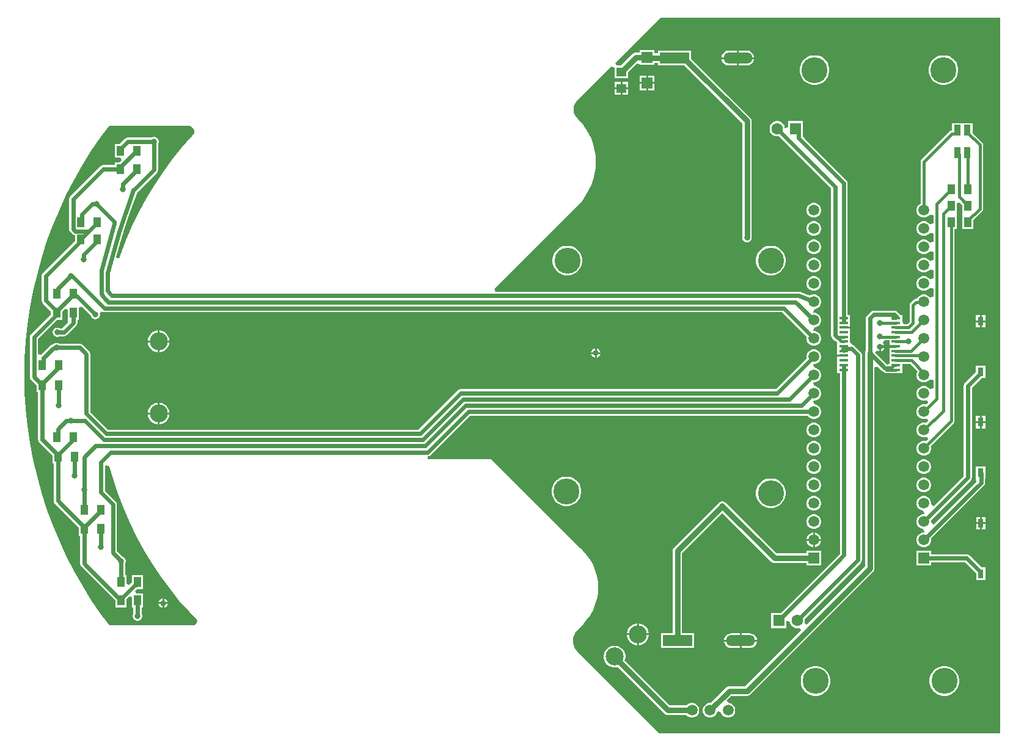
<source format=gbr>
G04*
G04 #@! TF.GenerationSoftware,Altium Limited,Altium Designer,25.5.2 (35)*
G04*
G04 Layer_Physical_Order=1*
G04 Layer_Color=255*
%FSLAX25Y25*%
%MOIN*%
G70*
G04*
G04 #@! TF.SameCoordinates,3A6C04F0-8456-4D88-A865-9B6E00D0E649*
G04*
G04*
G04 #@! TF.FilePolarity,Positive*
G04*
G01*
G75*
%ADD21R,0.06000X0.06000*%
%ADD22R,0.05500X0.05000*%
%ADD23R,0.03937X0.05500*%
%ADD24R,0.04921X0.01575*%
%ADD25R,0.03150X0.04724*%
%ADD26O,0.16000X0.05906*%
%ADD27R,0.03543X0.05906*%
%ADD28R,0.16000X0.05906*%
%ADD47C,0.02362*%
%ADD48C,0.01575*%
%ADD49C,0.03150*%
%ADD50C,0.14173*%
%ADD51C,0.01575*%
%ADD52C,0.09843*%
%ADD53C,0.01968*%
%ADD54R,0.05984X0.05984*%
%ADD55C,0.05984*%
%ADD56C,0.05937*%
%ADD57R,0.06299X0.06299*%
%ADD58C,0.06299*%
%ADD59C,0.03150*%
G36*
X534022Y1529D02*
X348133D01*
X304220Y45443D01*
X303169Y46513D01*
X303169Y46513D01*
X302290Y47724D01*
X301725Y48780D01*
X301247Y50358D01*
X301085Y52000D01*
X301247Y53642D01*
X301725Y55220D01*
X302503Y56675D01*
X302936Y57203D01*
X304013Y58331D01*
X304013Y58331D01*
X305115Y59452D01*
X305149Y59486D01*
X306577Y60915D01*
X306765Y61196D01*
X308637Y63290D01*
X310485Y65895D01*
X312030Y68690D01*
X313252Y71641D01*
X314137Y74710D01*
X314672Y77859D01*
X314851Y81048D01*
X314672Y84237D01*
X314137Y87385D01*
X313252Y90455D01*
X312030Y93405D01*
X310485Y96201D01*
X308637Y98805D01*
X307461Y100121D01*
X306509Y101187D01*
X306420Y101267D01*
X305302Y102371D01*
X256987Y150688D01*
X256491Y151019D01*
X255906Y151136D01*
X221964D01*
X221913Y152690D01*
X221913Y152690D01*
X222764Y152859D01*
X223486Y153341D01*
X244921Y174776D01*
X429174D01*
X429306Y174549D01*
X430049Y173805D01*
X430959Y173280D01*
X431974Y173008D01*
X433026D01*
X434041Y173280D01*
X434951Y173805D01*
X435695Y174549D01*
X436220Y175459D01*
X436492Y176474D01*
Y177526D01*
X436220Y178541D01*
X435695Y179451D01*
X434951Y180194D01*
X434041Y180720D01*
X433026Y180992D01*
X432974D01*
X432804Y181119D01*
X432112Y182567D01*
X432455Y183008D01*
X433026D01*
X434041Y183280D01*
X434951Y183806D01*
X435695Y184549D01*
X436220Y185459D01*
X436492Y186474D01*
Y187526D01*
X436220Y188541D01*
X435695Y189451D01*
X434951Y190194D01*
X434041Y190720D01*
X433026Y190992D01*
X432974D01*
X432804Y191119D01*
X432112Y192567D01*
X432455Y193008D01*
X433026D01*
X434041Y193280D01*
X434951Y193806D01*
X435695Y194549D01*
X436220Y195459D01*
X436492Y196474D01*
Y197526D01*
X436220Y198541D01*
X435695Y199451D01*
X434951Y200195D01*
X434041Y200720D01*
X433026Y200992D01*
X432974D01*
X432804Y201119D01*
X432112Y202567D01*
X432455Y203008D01*
X433026D01*
X434041Y203280D01*
X434951Y203805D01*
X435695Y204549D01*
X436220Y205459D01*
X436492Y206474D01*
Y207526D01*
X436220Y208541D01*
X435695Y209451D01*
X434951Y210194D01*
X434041Y210720D01*
X433026Y210992D01*
X431974D01*
X430959Y210720D01*
X430049Y210194D01*
X429306Y209451D01*
X428780Y208541D01*
X428508Y207526D01*
Y206474D01*
X428576Y206221D01*
X411665Y189310D01*
X239822D01*
X239822Y189310D01*
X238971Y189141D01*
X238249Y188659D01*
X238249Y188659D01*
X216814Y167224D01*
X47421D01*
X37724Y176921D01*
Y208500D01*
X37724Y208500D01*
X37555Y209351D01*
X37073Y210072D01*
X37073Y210072D01*
X33573Y213573D01*
X32851Y214055D01*
X32000Y214224D01*
X32000Y214224D01*
X20798D01*
X20494Y214399D01*
X19839Y214575D01*
X19161D01*
X18506Y214399D01*
X17941Y214073D01*
X17849D01*
X17849Y214073D01*
X16998Y213904D01*
X16277Y213422D01*
X16277Y213422D01*
X10799Y207944D01*
X10441Y207970D01*
X9224Y208463D01*
Y216797D01*
X19677Y227250D01*
X22469D01*
Y231605D01*
X24077Y233213D01*
X25532Y232610D01*
Y227250D01*
X25532D01*
X25531Y225676D01*
X22416Y222561D01*
X21124D01*
X20820Y222737D01*
X20165Y222912D01*
X19487D01*
X18832Y222737D01*
X18245Y222398D01*
X17765Y221919D01*
X17426Y221331D01*
X17251Y220676D01*
Y219999D01*
X17426Y219344D01*
X17765Y218757D01*
X18245Y218277D01*
X18832Y217938D01*
X19487Y217763D01*
X20165D01*
X20820Y217938D01*
X21124Y218114D01*
X23337D01*
X23337Y218114D01*
X24189Y218283D01*
X24910Y218765D01*
X30073Y223928D01*
X30073Y223928D01*
X30555Y224649D01*
X30724Y225500D01*
X30724Y225500D01*
Y227250D01*
X31469D01*
Y233659D01*
X33044Y234312D01*
X38010Y229345D01*
X38101Y229006D01*
X38440Y228419D01*
X38919Y227940D01*
X39506Y227601D01*
X40161Y227425D01*
X40839D01*
X41494Y227601D01*
X42081Y227940D01*
X42560Y228419D01*
X42899Y229006D01*
X43075Y229661D01*
Y230339D01*
X42965Y230750D01*
X43641Y231372D01*
X44274Y231696D01*
X44649Y231445D01*
X45500Y231276D01*
X45500Y231276D01*
X415079D01*
X428576Y217779D01*
X428508Y217526D01*
Y216474D01*
X428780Y215459D01*
X429306Y214549D01*
X430049Y213806D01*
X430959Y213280D01*
X431974Y213008D01*
X433026D01*
X434041Y213280D01*
X434951Y213806D01*
X435695Y214549D01*
X436220Y215459D01*
X436492Y216474D01*
Y217526D01*
X436220Y218541D01*
X435695Y219451D01*
X434951Y220195D01*
X434041Y220720D01*
X433026Y220992D01*
X432455D01*
X432112Y221433D01*
X432804Y222881D01*
X432974Y223008D01*
X433026D01*
X434041Y223280D01*
X434951Y223805D01*
X435695Y224549D01*
X436220Y225459D01*
X436492Y226474D01*
Y227526D01*
X436220Y228541D01*
X435695Y229451D01*
X434951Y230194D01*
X434041Y230720D01*
X433026Y230992D01*
X432455D01*
X432112Y231433D01*
X432804Y232881D01*
X432974Y233008D01*
X433026D01*
X434041Y233280D01*
X434951Y233805D01*
X435695Y234549D01*
X436220Y235459D01*
X436492Y236474D01*
Y237526D01*
X436220Y238541D01*
X435695Y239451D01*
X434951Y240195D01*
X434041Y240720D01*
X433026Y240992D01*
X431974D01*
X430959Y240720D01*
X430309Y240345D01*
X425995Y242174D01*
X425776Y242220D01*
X425570Y242306D01*
X425113Y242399D01*
X425001Y242399D01*
X424893Y242432D01*
X424422Y242480D01*
X424310Y242469D01*
X424200Y242491D01*
X258692D01*
X258039Y244065D01*
X303798Y289824D01*
X303806Y289817D01*
X305999Y292236D01*
X307944Y294859D01*
X309622Y297659D01*
X311018Y300611D01*
X312119Y303686D01*
X312912Y306853D01*
X313391Y310083D01*
X313551Y313345D01*
X313391Y316606D01*
X312912Y319836D01*
X312119Y323003D01*
X311018Y326078D01*
X309622Y329029D01*
X307944Y331830D01*
X305999Y334453D01*
X304758Y335822D01*
X303806Y336872D01*
X303806Y336872D01*
X303718Y336966D01*
X302649Y338098D01*
X302468Y338319D01*
X301856Y339464D01*
X301479Y340707D01*
X301352Y342000D01*
X301479Y343293D01*
X301856Y344536D01*
X302118Y345027D01*
X302943Y346260D01*
X302943Y346260D01*
X302942Y346280D01*
X322175Y365512D01*
X323750Y364860D01*
Y359000D01*
X331250D01*
Y362577D01*
X335925Y367252D01*
X337500Y366600D01*
Y366500D01*
X345500D01*
Y367482D01*
X347516D01*
Y366126D01*
X361843D01*
X393403Y334566D01*
Y272000D01*
X393425Y271831D01*
Y271661D01*
X393469Y271497D01*
X393492Y271328D01*
X393557Y271171D01*
X393601Y271006D01*
X393686Y270859D01*
X393751Y270702D01*
X393855Y270566D01*
X393940Y270419D01*
X394060Y270299D01*
X394164Y270164D01*
X394299Y270060D01*
X394419Y269940D01*
X394566Y269855D01*
X394702Y269751D01*
X394859Y269686D01*
X395006Y269601D01*
X395171Y269557D01*
X395328Y269492D01*
X395497Y269469D01*
X395661Y269425D01*
X395831D01*
X396000Y269403D01*
X396169Y269425D01*
X396339D01*
X396503Y269469D01*
X396672Y269492D01*
X396829Y269557D01*
X396994Y269601D01*
X397141Y269686D01*
X397299Y269751D01*
X397434Y269855D01*
X397581Y269940D01*
X397701Y270060D01*
X397836Y270164D01*
X397940Y270299D01*
X398060Y270419D01*
X398145Y270566D01*
X398249Y270702D01*
X398314Y270859D01*
X398399Y271006D01*
X398443Y271171D01*
X398509Y271328D01*
X398531Y271497D01*
X398575Y271661D01*
Y271831D01*
X398597Y272000D01*
Y335642D01*
X398509Y336314D01*
X398249Y336940D01*
X397836Y337478D01*
X365516Y369799D01*
Y374031D01*
X347516D01*
Y372676D01*
X345500D01*
Y374500D01*
X337500D01*
Y373097D01*
X335500D01*
X334828Y373008D01*
X334202Y372749D01*
X333664Y372336D01*
X327327Y366000D01*
X324890D01*
X324238Y367575D01*
X348834Y392171D01*
X534022D01*
Y1529D01*
D02*
G37*
G36*
X92703Y332780D02*
X93503Y332166D01*
X94117Y331366D01*
X94503Y330434D01*
X94634Y329434D01*
X94568Y328929D01*
X93005Y327296D01*
X87511Y321031D01*
X82295Y314533D01*
X77368Y307813D01*
X72738Y300885D01*
X68415Y293761D01*
X64407Y286455D01*
X60722Y278982D01*
X57366Y271355D01*
X54346Y263589D01*
X53354Y260665D01*
X51844Y261118D01*
X52249Y262660D01*
X55876Y274949D01*
X59872Y287123D01*
X63337Y296692D01*
X74072Y307428D01*
X74072Y307428D01*
X74555Y308149D01*
X74724Y309000D01*
X74724Y309000D01*
Y323202D01*
X74899Y323506D01*
X75075Y324161D01*
Y324839D01*
X74899Y325494D01*
X74560Y326081D01*
X74081Y326560D01*
X73494Y326899D01*
X72839Y327075D01*
X72161D01*
X71506Y326899D01*
X71202Y326724D01*
X58219D01*
X57368Y326555D01*
X56646Y326073D01*
X56646Y326073D01*
X53824Y323250D01*
X51032D01*
Y315750D01*
X54266D01*
X54869Y314295D01*
X53824Y313250D01*
X51032D01*
Y311724D01*
X44884D01*
X44884Y311724D01*
X44033Y311555D01*
X43311Y311072D01*
X43311Y311072D01*
X26778Y294539D01*
X26296Y293818D01*
X26127Y292967D01*
X26127Y292967D01*
Y276847D01*
X26127Y276847D01*
X26296Y275995D01*
X26778Y275274D01*
X28056Y273996D01*
X28056Y273996D01*
X28777Y273514D01*
X29531Y273364D01*
Y270395D01*
X11928Y252791D01*
X11445Y252069D01*
X11276Y251219D01*
X11276Y251219D01*
Y237782D01*
X11276Y237782D01*
X11445Y236931D01*
X11928Y236209D01*
X16274Y231863D01*
Y230137D01*
X5427Y219291D01*
X4945Y218569D01*
X4776Y217718D01*
X4776Y217718D01*
Y196000D01*
X4776Y196000D01*
X4945Y195149D01*
X5427Y194428D01*
X8359Y191496D01*
X8359Y191496D01*
X8531Y191381D01*
Y187750D01*
X9276D01*
Y161782D01*
X9276Y161782D01*
X9445Y160931D01*
X9928Y160209D01*
X17032Y153105D01*
Y148750D01*
X17776D01*
Y128281D01*
X17776Y128281D01*
X17946Y127430D01*
X18428Y126709D01*
X31532Y113605D01*
Y109250D01*
X32276D01*
Y94000D01*
X32276Y94000D01*
X32445Y93149D01*
X32928Y92427D01*
X51359Y73996D01*
X51359Y73996D01*
X51531Y73881D01*
Y70250D01*
X57468D01*
Y74605D01*
X59077Y76213D01*
X60532Y75610D01*
Y70250D01*
X61276D01*
Y66632D01*
X61101Y66329D01*
X60925Y65674D01*
Y64996D01*
X61101Y64341D01*
X61440Y63754D01*
X61919Y63274D01*
X62506Y62935D01*
X63161Y62760D01*
X63839D01*
X64494Y62935D01*
X65081Y63274D01*
X65560Y63754D01*
X65899Y64341D01*
X66075Y64996D01*
Y65674D01*
X65899Y66329D01*
X65724Y66632D01*
Y70250D01*
X66469D01*
Y77750D01*
X62671D01*
X62068Y79205D01*
X63113Y80250D01*
X66469D01*
Y87750D01*
X60532D01*
Y83958D01*
X58923Y82350D01*
X57468Y82952D01*
Y87750D01*
X56724D01*
Y94202D01*
X56899Y94506D01*
X57075Y95161D01*
Y95839D01*
X56899Y96494D01*
X56560Y97081D01*
X56081Y97560D01*
X55494Y97899D01*
X55155Y97990D01*
X52224Y100921D01*
Y126500D01*
X52224Y126500D01*
X52055Y127351D01*
X51573Y128073D01*
X51573Y128073D01*
X45724Y133921D01*
Y147398D01*
X46294Y147815D01*
X47406Y147575D01*
X48085Y147175D01*
X50344Y139423D01*
X53030Y131510D01*
X56059Y123722D01*
X59424Y116074D01*
X63120Y108580D01*
X67139Y101254D01*
X71474Y94110D01*
X76116Y87162D01*
X81057Y80424D01*
X86288Y73907D01*
X91797Y67624D01*
X95897Y63341D01*
X96004Y62805D01*
X95809Y61823D01*
X95252Y60990D01*
X94646Y60585D01*
X48001D01*
X43543Y66564D01*
X38314Y74216D01*
X33407Y82078D01*
X28828Y90136D01*
X24587Y98376D01*
X20689Y106784D01*
X17143Y115346D01*
X13953Y124048D01*
X11126Y132874D01*
X8666Y141809D01*
X6577Y150838D01*
X4863Y159946D01*
X3526Y169117D01*
X2570Y178335D01*
X1996Y187585D01*
X1805Y196850D01*
X1996Y206116D01*
X2570Y215366D01*
X3526Y224584D01*
X4863Y233755D01*
X6577Y242863D01*
X8666Y251892D01*
X11126Y260827D01*
X13953Y269653D01*
X17143Y278354D01*
X20689Y286917D01*
X24587Y295325D01*
X28828Y303565D01*
X33407Y311623D01*
X38314Y319484D01*
X43543Y327137D01*
X48001Y333116D01*
X91891D01*
X92703Y332780D01*
D02*
G37*
%LPC*%
G36*
X396063Y374066D02*
X391516D01*
Y370579D01*
X399984D01*
X399914Y371111D01*
X399516Y372072D01*
X398882Y372898D01*
X398056Y373532D01*
X397095Y373930D01*
X396063Y374066D01*
D02*
G37*
G36*
X390516D02*
X385968D01*
X384937Y373930D01*
X383975Y373532D01*
X383149Y372898D01*
X382516Y372072D01*
X382118Y371111D01*
X382048Y370579D01*
X390516D01*
Y374066D01*
D02*
G37*
G36*
X399984Y369579D02*
X391516D01*
Y366092D01*
X396063D01*
X397095Y366228D01*
X398056Y366626D01*
X398882Y367260D01*
X399516Y368085D01*
X399914Y369047D01*
X399984Y369579D01*
D02*
G37*
G36*
X390516D02*
X382048D01*
X382118Y369047D01*
X382516Y368085D01*
X383149Y367260D01*
X383975Y366626D01*
X384937Y366228D01*
X385968Y366092D01*
X390516D01*
Y369579D01*
D02*
G37*
G36*
X345500Y360500D02*
X342000D01*
Y357000D01*
X345500D01*
Y360500D01*
D02*
G37*
G36*
X341000D02*
X337500D01*
Y357000D01*
X341000D01*
Y360500D01*
D02*
G37*
G36*
X503970Y371587D02*
X502377D01*
X500814Y371276D01*
X499343Y370666D01*
X498018Y369781D01*
X496892Y368655D01*
X496007Y367331D01*
X495397Y365859D01*
X495087Y364297D01*
Y362703D01*
X495397Y361141D01*
X496007Y359669D01*
X496892Y358345D01*
X498018Y357219D01*
X499343Y356334D01*
X500814Y355724D01*
X502377Y355413D01*
X503970D01*
X505532Y355724D01*
X507004Y356334D01*
X508328Y357219D01*
X509454Y358345D01*
X510339Y359669D01*
X510949Y361141D01*
X511260Y362703D01*
Y364297D01*
X510949Y365859D01*
X510339Y367331D01*
X509454Y368655D01*
X508328Y369781D01*
X507004Y370666D01*
X505532Y371276D01*
X503970Y371587D01*
D02*
G37*
G36*
X433678D02*
X432085D01*
X430523Y371276D01*
X429051Y370666D01*
X427727Y369781D01*
X426601Y368655D01*
X425716Y367331D01*
X425106Y365859D01*
X424795Y364297D01*
Y362703D01*
X425106Y361141D01*
X425716Y359669D01*
X426601Y358345D01*
X427727Y357219D01*
X429051Y356334D01*
X430523Y355724D01*
X432085Y355413D01*
X433678D01*
X435241Y355724D01*
X436712Y356334D01*
X438037Y357219D01*
X439163Y358345D01*
X440048Y359669D01*
X440658Y361141D01*
X440969Y362703D01*
Y364297D01*
X440658Y365859D01*
X440048Y367331D01*
X439163Y368655D01*
X438037Y369781D01*
X436712Y370666D01*
X435241Y371276D01*
X433678Y371587D01*
D02*
G37*
G36*
X331250Y357000D02*
X328000D01*
Y354000D01*
X331250D01*
Y357000D01*
D02*
G37*
G36*
X327000D02*
X323750D01*
Y354000D01*
X327000D01*
Y357000D01*
D02*
G37*
G36*
X345500Y356000D02*
X342000D01*
Y352500D01*
X345500D01*
Y356000D01*
D02*
G37*
G36*
X341000D02*
X337500D01*
Y352500D01*
X341000D01*
Y356000D01*
D02*
G37*
G36*
X331250Y353000D02*
X328000D01*
Y350000D01*
X331250D01*
Y353000D01*
D02*
G37*
G36*
X327000D02*
X323750D01*
Y350000D01*
X327000D01*
Y353000D01*
D02*
G37*
G36*
X426650Y335650D02*
X418350D01*
Y332565D01*
X416776Y331761D01*
X416650Y331852D01*
Y332046D01*
X416367Y333102D01*
X415821Y334048D01*
X415048Y334821D01*
X414102Y335367D01*
X413046Y335650D01*
X411954D01*
X410898Y335367D01*
X409952Y334821D01*
X409179Y334048D01*
X408633Y333102D01*
X408350Y332046D01*
Y330954D01*
X408633Y329898D01*
X409179Y328952D01*
X409952Y328180D01*
X410898Y327633D01*
X411954Y327350D01*
X413046D01*
X413408Y327447D01*
X441863Y298992D01*
Y226384D01*
X441863Y226384D01*
X441863Y226384D01*
Y218707D01*
X441863Y218707D01*
X442032Y217856D01*
X442514Y217134D01*
X443877Y215771D01*
X444599Y215289D01*
X445009Y215208D01*
X445268Y214948D01*
Y210933D01*
Y208374D01*
Y208102D01*
X448728D01*
Y207102D01*
X445268D01*
Y205815D01*
Y203256D01*
Y200697D01*
Y198138D01*
X446762D01*
Y99521D01*
X414390Y67150D01*
X409236D01*
Y58850D01*
X417535D01*
Y62639D01*
X417661Y62720D01*
X418140Y62639D01*
X419372Y61948D01*
X419519Y61398D01*
X420065Y60452D01*
X420838Y59680D01*
X421784Y59133D01*
X422839Y58850D01*
X423932D01*
X424640Y59040D01*
X425534Y57827D01*
X425570Y57742D01*
X394924Y27097D01*
X386343D01*
X385670Y27009D01*
X385044Y26749D01*
X384506Y26336D01*
X376138Y17968D01*
X375320D01*
X374311Y17698D01*
X373406Y17176D01*
X372667Y16437D01*
X372145Y15532D01*
X371874Y14523D01*
Y13477D01*
X372145Y12468D01*
X372667Y11563D01*
X373406Y10824D01*
X374311Y10302D01*
X375320Y10031D01*
X376365D01*
X377374Y10302D01*
X378279Y10824D01*
X379018Y11563D01*
X379541Y12468D01*
X379732Y13184D01*
X380142Y13481D01*
X380529Y13480D01*
X381223Y13255D01*
X381936Y12657D01*
X381987Y12468D01*
X382509Y11563D01*
X383248Y10824D01*
X384153Y10302D01*
X385163Y10031D01*
X386208D01*
X387217Y10302D01*
X388122Y10824D01*
X388861Y11563D01*
X389383Y12468D01*
X389653Y13477D01*
Y14523D01*
X389383Y15532D01*
X388861Y16437D01*
X388122Y17176D01*
X387217Y17698D01*
X386208Y17968D01*
X385711D01*
X384985Y19470D01*
X387418Y21903D01*
X396000D01*
X396672Y21992D01*
X397299Y22251D01*
X397836Y22664D01*
X464836Y89664D01*
X465249Y90201D01*
X465509Y90828D01*
X465597Y91500D01*
Y201200D01*
X467052Y201803D01*
X469400Y199455D01*
X470121Y198973D01*
X470531Y198891D01*
X470786Y198637D01*
X470786Y198637D01*
X471377Y198241D01*
X472075Y198103D01*
X477272D01*
X477448Y198138D01*
X480732D01*
Y200697D01*
Y203205D01*
X484911D01*
X489071Y199045D01*
X488780Y198541D01*
X488508Y197526D01*
Y196474D01*
X488780Y195459D01*
X489305Y194549D01*
X490049Y193806D01*
X490959Y193280D01*
X491974Y193008D01*
X493026D01*
X494041Y193280D01*
X494951Y193806D01*
X495694Y194549D01*
X497413Y194376D01*
X497678Y194177D01*
Y189823D01*
X497413Y189624D01*
X495694Y189451D01*
X494951Y190194D01*
X494041Y190720D01*
X493026Y190992D01*
X491974D01*
X490959Y190720D01*
X490049Y190194D01*
X489305Y189451D01*
X488780Y188541D01*
X488508Y187526D01*
Y186474D01*
X488780Y185459D01*
X489305Y184549D01*
X490049Y183806D01*
X490959Y183280D01*
X491974Y183008D01*
X493026D01*
X494041Y183280D01*
X494853Y181930D01*
X493727Y180804D01*
X493026Y180992D01*
X491974D01*
X490959Y180720D01*
X490049Y180194D01*
X489305Y179451D01*
X488780Y178541D01*
X488508Y177526D01*
Y176474D01*
X488780Y175459D01*
X489305Y174549D01*
X490049Y173805D01*
X490959Y173280D01*
X491974Y173008D01*
X493026D01*
X494041Y173280D01*
X494853Y171931D01*
X493727Y170804D01*
X493026Y170992D01*
X491974D01*
X490959Y170720D01*
X490049Y170194D01*
X489305Y169451D01*
X488780Y168541D01*
X488508Y167526D01*
Y166474D01*
X488780Y165459D01*
X489305Y164549D01*
X490049Y163805D01*
X490959Y163280D01*
X491974Y163008D01*
X493026D01*
X494041Y163280D01*
X494853Y161931D01*
X493727Y160804D01*
X493026Y160992D01*
X491974D01*
X490959Y160720D01*
X490049Y160195D01*
X489305Y159451D01*
X488780Y158541D01*
X488508Y157526D01*
Y156474D01*
X488780Y155459D01*
X489305Y154549D01*
X490049Y153805D01*
X490959Y153280D01*
X491974Y153008D01*
X493026D01*
X494041Y153280D01*
X494951Y153805D01*
X495694Y154549D01*
X496220Y155459D01*
X496492Y156474D01*
Y157526D01*
X496304Y158227D01*
X508788Y170711D01*
X508788Y170711D01*
X509184Y171302D01*
X509322Y172000D01*
X509322Y172000D01*
Y276750D01*
X510468D01*
Y284250D01*
X510468D01*
Y285750D01*
X510468D01*
X510468Y285825D01*
Y290897D01*
X511923Y291499D01*
X513531Y289891D01*
Y285750D01*
X513531D01*
Y284250D01*
X513531D01*
X513531Y284175D01*
Y276750D01*
X519468D01*
Y281673D01*
X524289Y286493D01*
X524289Y286493D01*
X524684Y287084D01*
X524822Y287782D01*
Y322716D01*
X524822Y322716D01*
X524684Y323414D01*
X524289Y324005D01*
X524289Y324005D01*
X519067Y329227D01*
Y334555D01*
X515061D01*
X513524Y334555D01*
X511949Y334555D01*
X507943D01*
Y332055D01*
X507701Y330523D01*
X507003Y330384D01*
X506412Y329989D01*
X506412Y329989D01*
X491211Y314789D01*
X490816Y314197D01*
X490678Y313500D01*
X490678Y313500D01*
Y290558D01*
X490049Y290195D01*
X489305Y289451D01*
X488780Y288541D01*
X488508Y287526D01*
Y286474D01*
X488780Y285459D01*
X489305Y284549D01*
X490049Y283805D01*
X490959Y283280D01*
X491974Y283008D01*
X493026D01*
X494041Y283280D01*
X494951Y283805D01*
X495694Y284549D01*
X497413Y284376D01*
X497678Y284177D01*
Y279823D01*
X497413Y279624D01*
X495694Y279451D01*
X494951Y280194D01*
X494041Y280720D01*
X493026Y280992D01*
X491974D01*
X490959Y280720D01*
X490049Y280194D01*
X489305Y279451D01*
X488780Y278541D01*
X488508Y277526D01*
Y276474D01*
X488780Y275459D01*
X489305Y274549D01*
X490049Y273805D01*
X490959Y273280D01*
X491974Y273008D01*
X493026D01*
X494041Y273280D01*
X494951Y273805D01*
X495694Y274549D01*
X497413Y274376D01*
X497678Y274177D01*
Y269823D01*
X497413Y269624D01*
X495694Y269451D01*
X494951Y270195D01*
X494041Y270720D01*
X493026Y270992D01*
X491974D01*
X490959Y270720D01*
X490049Y270195D01*
X489305Y269451D01*
X488780Y268541D01*
X488508Y267526D01*
Y266474D01*
X488780Y265459D01*
X489305Y264549D01*
X490049Y263806D01*
X490959Y263280D01*
X491974Y263008D01*
X493026D01*
X494041Y263280D01*
X494951Y263806D01*
X495694Y264549D01*
X497413Y264376D01*
X497678Y264177D01*
Y259823D01*
X497413Y259624D01*
X495694Y259451D01*
X494951Y260194D01*
X494041Y260720D01*
X493026Y260992D01*
X491974D01*
X490959Y260720D01*
X490049Y260194D01*
X489305Y259451D01*
X488780Y258541D01*
X488508Y257526D01*
Y256474D01*
X488780Y255459D01*
X489305Y254549D01*
X490049Y253805D01*
X490959Y253280D01*
X491974Y253008D01*
X493026D01*
X494041Y253280D01*
X494951Y253805D01*
X495694Y254549D01*
X497413Y254376D01*
X497678Y254177D01*
Y249823D01*
X497413Y249624D01*
X495694Y249451D01*
X494951Y250195D01*
X494041Y250720D01*
X493026Y250992D01*
X491974D01*
X490959Y250720D01*
X490049Y250195D01*
X489305Y249451D01*
X488780Y248541D01*
X488508Y247526D01*
Y246474D01*
X488780Y245459D01*
X489305Y244549D01*
X490049Y243806D01*
X490959Y243280D01*
X491974Y243008D01*
X493026D01*
X494041Y243280D01*
X494951Y243806D01*
X495694Y244549D01*
X497413Y244376D01*
X497678Y244177D01*
Y239823D01*
X497413Y239624D01*
X495694Y239451D01*
X494951Y240195D01*
X494041Y240720D01*
X493026Y240992D01*
X491974D01*
X490959Y240720D01*
X490049Y240195D01*
X489305Y239451D01*
X488821Y238611D01*
X488289D01*
X487591Y238472D01*
X487000Y238077D01*
X487000Y238077D01*
X485211Y236289D01*
X484816Y235697D01*
X484678Y235000D01*
X484678Y235000D01*
Y226114D01*
X483368Y224804D01*
X481528D01*
X480732Y226079D01*
Y229862D01*
X479547D01*
X479073Y230573D01*
X478073Y231573D01*
X477351Y232055D01*
X476500Y232224D01*
X476500Y232224D01*
X465000D01*
X465000Y232224D01*
X464149Y232055D01*
X463427Y231573D01*
X463427Y231573D01*
X461427Y229573D01*
X460945Y228851D01*
X460776Y228000D01*
X460776Y228000D01*
Y210331D01*
X460751Y210298D01*
X460492Y209672D01*
X460403Y209000D01*
Y92576D01*
X428644Y60816D01*
X428559Y60852D01*
X427346Y61746D01*
X427535Y62454D01*
Y63546D01*
X427439Y63908D01*
X458073Y94542D01*
X458073Y94542D01*
X458555Y95263D01*
X458724Y96114D01*
X458724Y96114D01*
Y208000D01*
X458724Y208000D01*
X458555Y208851D01*
X458073Y209573D01*
X458073Y209573D01*
X454572Y213072D01*
X453851Y213555D01*
X453000Y213724D01*
X452189Y214932D01*
Y218610D01*
Y221169D01*
Y222457D01*
X448728D01*
Y223457D01*
X452189D01*
Y223728D01*
Y226287D01*
Y229862D01*
X450952D01*
Y301772D01*
X450952Y301772D01*
X450783Y302623D01*
X450301Y303344D01*
X450301Y303344D01*
X427512Y326133D01*
X426650Y327350D01*
X426650D01*
X426650Y327350D01*
Y335650D01*
D02*
G37*
G36*
X433026Y290992D02*
X431974D01*
X430959Y290720D01*
X430049Y290195D01*
X429306Y289451D01*
X428780Y288541D01*
X428508Y287526D01*
Y286474D01*
X428780Y285459D01*
X429306Y284549D01*
X430049Y283805D01*
X430959Y283280D01*
X431974Y283008D01*
X433026D01*
X434041Y283280D01*
X434951Y283805D01*
X435695Y284549D01*
X436220Y285459D01*
X436492Y286474D01*
Y287526D01*
X436220Y288541D01*
X435695Y289451D01*
X434951Y290195D01*
X434041Y290720D01*
X433026Y290992D01*
D02*
G37*
G36*
Y280992D02*
X431974D01*
X430959Y280720D01*
X430049Y280194D01*
X429306Y279451D01*
X428780Y278541D01*
X428508Y277526D01*
Y276474D01*
X428780Y275459D01*
X429306Y274549D01*
X430049Y273805D01*
X430959Y273280D01*
X431974Y273008D01*
X433026D01*
X434041Y273280D01*
X434951Y273805D01*
X435695Y274549D01*
X436220Y275459D01*
X436492Y276474D01*
Y277526D01*
X436220Y278541D01*
X435695Y279451D01*
X434951Y280194D01*
X434041Y280720D01*
X433026Y280992D01*
D02*
G37*
G36*
Y270992D02*
X431974D01*
X430959Y270720D01*
X430049Y270195D01*
X429306Y269451D01*
X428780Y268541D01*
X428508Y267526D01*
Y266474D01*
X428780Y265459D01*
X429306Y264549D01*
X430049Y263806D01*
X430959Y263280D01*
X431974Y263008D01*
X433026D01*
X434041Y263280D01*
X434951Y263806D01*
X435695Y264549D01*
X436220Y265459D01*
X436492Y266474D01*
Y267526D01*
X436220Y268541D01*
X435695Y269451D01*
X434951Y270195D01*
X434041Y270720D01*
X433026Y270992D01*
D02*
G37*
G36*
Y260992D02*
X431974D01*
X430959Y260720D01*
X430049Y260194D01*
X429306Y259451D01*
X428780Y258541D01*
X428508Y257526D01*
Y256474D01*
X428780Y255459D01*
X429306Y254549D01*
X430049Y253805D01*
X430959Y253280D01*
X431974Y253008D01*
X433026D01*
X434041Y253280D01*
X434951Y253805D01*
X435695Y254549D01*
X436220Y255459D01*
X436492Y256474D01*
Y257526D01*
X436220Y258541D01*
X435695Y259451D01*
X434951Y260194D01*
X434041Y260720D01*
X433026Y260992D01*
D02*
G37*
G36*
X409796Y267587D02*
X408204D01*
X406641Y267276D01*
X405169Y266666D01*
X403845Y265781D01*
X402719Y264655D01*
X401834Y263331D01*
X401224Y261859D01*
X400913Y260297D01*
Y258703D01*
X401224Y257141D01*
X401834Y255669D01*
X402719Y254345D01*
X403845Y253219D01*
X405169Y252334D01*
X406641Y251724D01*
X408204Y251413D01*
X409796D01*
X411359Y251724D01*
X412830Y252334D01*
X414155Y253219D01*
X415281Y254345D01*
X416166Y255669D01*
X416776Y257141D01*
X417087Y258703D01*
Y260297D01*
X416776Y261859D01*
X416166Y263331D01*
X415281Y264655D01*
X414155Y265781D01*
X412830Y266666D01*
X411359Y267276D01*
X409796Y267587D01*
D02*
G37*
G36*
X298797D02*
X297203D01*
X295641Y267276D01*
X294169Y266666D01*
X292845Y265781D01*
X291719Y264655D01*
X290834Y263331D01*
X290224Y261859D01*
X289913Y260297D01*
Y258703D01*
X290224Y257141D01*
X290834Y255669D01*
X291719Y254345D01*
X292845Y253219D01*
X294169Y252334D01*
X295641Y251724D01*
X297203Y251413D01*
X298797D01*
X300359Y251724D01*
X301831Y252334D01*
X303155Y253219D01*
X304281Y254345D01*
X305166Y255669D01*
X305776Y257141D01*
X306087Y258703D01*
Y260297D01*
X305776Y261859D01*
X305166Y263331D01*
X304281Y264655D01*
X303155Y265781D01*
X301831Y266666D01*
X300359Y267276D01*
X298797Y267587D01*
D02*
G37*
G36*
X433026Y250992D02*
X431974D01*
X430959Y250720D01*
X430049Y250195D01*
X429306Y249451D01*
X428780Y248541D01*
X428508Y247526D01*
Y246474D01*
X428780Y245459D01*
X429306Y244549D01*
X430049Y243806D01*
X430959Y243280D01*
X431974Y243008D01*
X433026D01*
X434041Y243280D01*
X434951Y243806D01*
X435695Y244549D01*
X436220Y245459D01*
X436492Y246474D01*
Y247526D01*
X436220Y248541D01*
X435695Y249451D01*
X434951Y250195D01*
X434041Y250720D01*
X433026Y250992D01*
D02*
G37*
G36*
X526075Y229740D02*
X524000D01*
Y226878D01*
X526075D01*
Y229740D01*
D02*
G37*
G36*
X523000D02*
X520925D01*
Y226878D01*
X523000D01*
Y229740D01*
D02*
G37*
G36*
X526075Y225878D02*
X524000D01*
Y223016D01*
X526075D01*
Y225878D01*
D02*
G37*
G36*
X523000D02*
X520925D01*
Y223016D01*
X523000D01*
Y225878D01*
D02*
G37*
G36*
X75583Y221291D02*
X75500D01*
Y215870D01*
X80921D01*
Y215953D01*
X80694Y217097D01*
X80247Y218175D01*
X79599Y219145D01*
X78775Y219969D01*
X77805Y220617D01*
X76727Y221064D01*
X75583Y221291D01*
D02*
G37*
G36*
X74500D02*
X74417D01*
X73273Y221064D01*
X72195Y220617D01*
X71225Y219969D01*
X70401Y219145D01*
X69753Y218175D01*
X69306Y217097D01*
X69079Y215953D01*
Y215870D01*
X74500D01*
Y221291D01*
D02*
G37*
G36*
X314000Y211532D02*
Y209500D01*
X316032D01*
X315899Y209994D01*
X315560Y210581D01*
X315081Y211060D01*
X314494Y211399D01*
X314000Y211532D01*
D02*
G37*
G36*
X313000D02*
X312506Y211399D01*
X311919Y211060D01*
X311440Y210581D01*
X311101Y209994D01*
X310968Y209500D01*
X313000D01*
Y211532D01*
D02*
G37*
G36*
X80921Y214870D02*
X75500D01*
Y209449D01*
X75583D01*
X76727Y209676D01*
X77805Y210123D01*
X78775Y210771D01*
X79599Y211596D01*
X80247Y212565D01*
X80694Y213643D01*
X80921Y214787D01*
Y214870D01*
D02*
G37*
G36*
X74500D02*
X69079D01*
Y214787D01*
X69306Y213643D01*
X69753Y212565D01*
X70401Y211596D01*
X71225Y210771D01*
X72195Y210123D01*
X73273Y209676D01*
X74417Y209449D01*
X74500D01*
Y214870D01*
D02*
G37*
G36*
X316032Y208500D02*
X314000D01*
Y206468D01*
X314494Y206601D01*
X315081Y206940D01*
X315560Y207419D01*
X315899Y208006D01*
X316032Y208500D01*
D02*
G37*
G36*
X313000D02*
X310968D01*
X311101Y208006D01*
X311440Y207419D01*
X311919Y206940D01*
X312506Y206601D01*
X313000Y206468D01*
Y208500D01*
D02*
G37*
G36*
X75583Y181921D02*
X75500D01*
Y176500D01*
X80921D01*
Y176583D01*
X80694Y177727D01*
X80247Y178805D01*
X79599Y179775D01*
X78775Y180599D01*
X77805Y181247D01*
X76727Y181694D01*
X75583Y181921D01*
D02*
G37*
G36*
X74500D02*
X74417D01*
X73273Y181694D01*
X72195Y181247D01*
X71225Y180599D01*
X70401Y179775D01*
X69753Y178805D01*
X69306Y177727D01*
X69079Y176583D01*
Y176500D01*
X74500D01*
Y181921D01*
D02*
G37*
G36*
X526075Y174642D02*
X524000D01*
Y171780D01*
X526075D01*
Y174642D01*
D02*
G37*
G36*
X523000D02*
X520925D01*
Y171780D01*
X523000D01*
Y174642D01*
D02*
G37*
G36*
X80921Y175500D02*
X75500D01*
Y170079D01*
X75583D01*
X76727Y170306D01*
X77805Y170753D01*
X78775Y171401D01*
X79599Y172225D01*
X80247Y173195D01*
X80694Y174273D01*
X80921Y175417D01*
Y175500D01*
D02*
G37*
G36*
X74500D02*
X69079D01*
Y175417D01*
X69306Y174273D01*
X69753Y173195D01*
X70401Y172225D01*
X71225Y171401D01*
X72195Y170753D01*
X73273Y170306D01*
X74417Y170079D01*
X74500D01*
Y175500D01*
D02*
G37*
G36*
X526075Y170780D02*
X524000D01*
Y167917D01*
X526075D01*
Y170780D01*
D02*
G37*
G36*
X523000D02*
X520925D01*
Y167917D01*
X523000D01*
Y170780D01*
D02*
G37*
G36*
X433026Y170992D02*
X431974D01*
X430959Y170720D01*
X430049Y170194D01*
X429306Y169451D01*
X428780Y168541D01*
X428508Y167526D01*
Y166474D01*
X428780Y165459D01*
X429306Y164549D01*
X430049Y163805D01*
X430959Y163280D01*
X431974Y163008D01*
X433026D01*
X434041Y163280D01*
X434951Y163805D01*
X435695Y164549D01*
X436220Y165459D01*
X436492Y166474D01*
Y167526D01*
X436220Y168541D01*
X435695Y169451D01*
X434951Y170194D01*
X434041Y170720D01*
X433026Y170992D01*
D02*
G37*
G36*
Y160992D02*
X431974D01*
X430959Y160720D01*
X430049Y160195D01*
X429306Y159451D01*
X428780Y158541D01*
X428508Y157526D01*
Y156474D01*
X428780Y155459D01*
X429306Y154549D01*
X430049Y153805D01*
X430959Y153280D01*
X431974Y153008D01*
X433026D01*
X434041Y153280D01*
X434951Y153805D01*
X435695Y154549D01*
X436220Y155459D01*
X436492Y156474D01*
Y157526D01*
X436220Y158541D01*
X435695Y159451D01*
X434951Y160195D01*
X434041Y160720D01*
X433026Y160992D01*
D02*
G37*
G36*
X493026Y150992D02*
X491974D01*
X490959Y150720D01*
X490049Y150195D01*
X489305Y149451D01*
X488780Y148541D01*
X488508Y147526D01*
Y146474D01*
X488780Y145459D01*
X489305Y144549D01*
X490049Y143806D01*
X490959Y143280D01*
X491974Y143008D01*
X493026D01*
X494041Y143280D01*
X494951Y143806D01*
X495694Y144549D01*
X496220Y145459D01*
X496492Y146474D01*
Y147526D01*
X496220Y148541D01*
X495694Y149451D01*
X494951Y150195D01*
X494041Y150720D01*
X493026Y150992D01*
D02*
G37*
G36*
X433026D02*
X431974D01*
X430959Y150720D01*
X430049Y150195D01*
X429306Y149451D01*
X428780Y148541D01*
X428508Y147526D01*
Y146474D01*
X428780Y145459D01*
X429306Y144549D01*
X430049Y143806D01*
X430959Y143280D01*
X431974Y143008D01*
X433026D01*
X434041Y143280D01*
X434951Y143806D01*
X435695Y144549D01*
X436220Y145459D01*
X436492Y146474D01*
Y147526D01*
X436220Y148541D01*
X435695Y149451D01*
X434951Y150195D01*
X434041Y150720D01*
X433026Y150992D01*
D02*
G37*
G36*
X493026Y140992D02*
X491974D01*
X490959Y140720D01*
X490049Y140194D01*
X489305Y139451D01*
X488780Y138541D01*
X488508Y137526D01*
Y136474D01*
X488780Y135459D01*
X489305Y134549D01*
X490049Y133806D01*
X490959Y133280D01*
X491974Y133008D01*
X493026D01*
X494041Y133280D01*
X494951Y133806D01*
X495694Y134549D01*
X496220Y135459D01*
X496492Y136474D01*
Y137526D01*
X496220Y138541D01*
X495694Y139451D01*
X494951Y140194D01*
X494041Y140720D01*
X493026Y140992D01*
D02*
G37*
G36*
X433026D02*
X431974D01*
X430959Y140720D01*
X430049Y140194D01*
X429306Y139451D01*
X428780Y138541D01*
X428508Y137526D01*
Y136474D01*
X428780Y135459D01*
X429306Y134549D01*
X430049Y133806D01*
X430959Y133280D01*
X431974Y133008D01*
X433026D01*
X434041Y133280D01*
X434951Y133806D01*
X435695Y134549D01*
X436220Y135459D01*
X436492Y136474D01*
Y137526D01*
X436220Y138541D01*
X435695Y139451D01*
X434951Y140194D01*
X434041Y140720D01*
X433026Y140992D01*
D02*
G37*
G36*
X526075Y202181D02*
X520925D01*
Y198602D01*
X514927Y192604D01*
X514445Y191882D01*
X514276Y191031D01*
X514276Y191031D01*
Y141921D01*
X497864Y125509D01*
X496452Y126324D01*
X496492Y126474D01*
Y127526D01*
X496220Y128541D01*
X495694Y129451D01*
X494951Y130194D01*
X494041Y130720D01*
X493026Y130992D01*
X491974D01*
X490959Y130720D01*
X490049Y130194D01*
X489305Y129451D01*
X488780Y128541D01*
X488508Y127526D01*
Y126474D01*
X488780Y125459D01*
X489305Y124549D01*
X490049Y123805D01*
X490959Y123280D01*
X491974Y123008D01*
X492026D01*
X492196Y122881D01*
X492888Y121433D01*
X492545Y120992D01*
X491974D01*
X490959Y120720D01*
X490049Y120194D01*
X489305Y119451D01*
X488780Y118541D01*
X488508Y117526D01*
Y116474D01*
X488780Y115459D01*
X489305Y114549D01*
X490049Y113805D01*
X490959Y113280D01*
X491974Y113008D01*
X492026D01*
X492196Y112881D01*
X492888Y111433D01*
X492545Y110992D01*
X491974D01*
X490959Y110720D01*
X490049Y110195D01*
X489305Y109451D01*
X488780Y108541D01*
X488508Y107526D01*
Y106474D01*
X488780Y105459D01*
X489305Y104549D01*
X490049Y103805D01*
X490959Y103280D01*
X491974Y103008D01*
X493026D01*
X494041Y103280D01*
X494951Y103805D01*
X495694Y104549D01*
X496220Y105459D01*
X496492Y106474D01*
Y107526D01*
X496424Y107779D01*
X525321Y136676D01*
X525321Y136676D01*
X525803Y137397D01*
X525972Y138248D01*
X525972Y138249D01*
Y140358D01*
X526075D01*
Y147083D01*
X520925D01*
Y140358D01*
X520925D01*
X521138Y138783D01*
X497864Y115509D01*
X496561Y116261D01*
X496492Y117118D01*
Y117526D01*
X496446Y117699D01*
X496438Y117793D01*
X518073Y139427D01*
X518073Y139427D01*
X518555Y140149D01*
X518724Y141000D01*
X518724Y141000D01*
Y190110D01*
X524070Y195457D01*
X526075D01*
Y202181D01*
D02*
G37*
G36*
X298296Y141587D02*
X296704D01*
X295141Y141276D01*
X293670Y140666D01*
X292345Y139781D01*
X291219Y138655D01*
X290334Y137330D01*
X289724Y135859D01*
X289413Y134297D01*
Y132703D01*
X289724Y131141D01*
X290334Y129670D01*
X291219Y128345D01*
X292345Y127219D01*
X293670Y126334D01*
X295141Y125724D01*
X296704Y125413D01*
X298296D01*
X299859Y125724D01*
X301330Y126334D01*
X302655Y127219D01*
X303781Y128345D01*
X304666Y129670D01*
X305276Y131141D01*
X305587Y132703D01*
Y134297D01*
X305276Y135859D01*
X304666Y137330D01*
X303781Y138655D01*
X302655Y139781D01*
X301330Y140666D01*
X299859Y141276D01*
X298296Y141587D01*
D02*
G37*
G36*
X409796Y140587D02*
X408204D01*
X406641Y140276D01*
X405169Y139666D01*
X403845Y138781D01*
X402719Y137655D01*
X401834Y136330D01*
X401224Y134859D01*
X400913Y133297D01*
Y131703D01*
X401224Y130141D01*
X401834Y128670D01*
X402719Y127345D01*
X403845Y126219D01*
X405169Y125334D01*
X406641Y124724D01*
X408204Y124413D01*
X409796D01*
X411359Y124724D01*
X412830Y125334D01*
X414155Y126219D01*
X415281Y127345D01*
X416166Y128670D01*
X416776Y130141D01*
X417087Y131703D01*
Y133297D01*
X416776Y134859D01*
X416166Y136330D01*
X415281Y137655D01*
X414155Y138781D01*
X412830Y139666D01*
X411359Y140276D01*
X409796Y140587D01*
D02*
G37*
G36*
X433026Y130992D02*
X431974D01*
X430959Y130720D01*
X430049Y130194D01*
X429306Y129451D01*
X428780Y128541D01*
X428508Y127526D01*
Y126474D01*
X428780Y125459D01*
X429306Y124549D01*
X430049Y123805D01*
X430959Y123280D01*
X431974Y123008D01*
X433026D01*
X434041Y123280D01*
X434951Y123805D01*
X435695Y124549D01*
X436220Y125459D01*
X436492Y126474D01*
Y127526D01*
X436220Y128541D01*
X435695Y129451D01*
X434951Y130194D01*
X434041Y130720D01*
X433026Y130992D01*
D02*
G37*
G36*
X526197Y119504D02*
X524122D01*
Y116642D01*
X526197D01*
Y119504D01*
D02*
G37*
G36*
X523122D02*
X521047D01*
Y116642D01*
X523122D01*
Y119504D01*
D02*
G37*
G36*
X433026Y120992D02*
X431974D01*
X430959Y120720D01*
X430049Y120194D01*
X429306Y119451D01*
X428780Y118541D01*
X428508Y117526D01*
Y116474D01*
X428780Y115459D01*
X429306Y114549D01*
X430049Y113805D01*
X430959Y113280D01*
X431974Y113008D01*
X433026D01*
X434041Y113280D01*
X434951Y113805D01*
X435695Y114549D01*
X436220Y115459D01*
X436492Y116474D01*
Y117526D01*
X436220Y118541D01*
X435695Y119451D01*
X434951Y120194D01*
X434041Y120720D01*
X433026Y120992D01*
D02*
G37*
G36*
X526197Y115642D02*
X524122D01*
Y112780D01*
X526197D01*
Y115642D01*
D02*
G37*
G36*
X523122D02*
X521047D01*
Y112780D01*
X523122D01*
Y115642D01*
D02*
G37*
G36*
X433026Y110992D02*
X433000D01*
Y107500D01*
X436492D01*
Y107526D01*
X436220Y108541D01*
X435695Y109451D01*
X434951Y110195D01*
X434041Y110720D01*
X433026Y110992D01*
D02*
G37*
G36*
X432000D02*
X431974D01*
X430959Y110720D01*
X430049Y110195D01*
X429306Y109451D01*
X428780Y108541D01*
X428508Y107526D01*
Y107500D01*
X432000D01*
Y110992D01*
D02*
G37*
G36*
X436492Y106500D02*
X433000D01*
Y103008D01*
X433026D01*
X434041Y103280D01*
X434951Y103805D01*
X435695Y104549D01*
X436220Y105459D01*
X436492Y106474D01*
Y106500D01*
D02*
G37*
G36*
X432000D02*
X428508D01*
Y106474D01*
X428780Y105459D01*
X429306Y104549D01*
X430049Y103805D01*
X430959Y103280D01*
X431974Y103008D01*
X432000D01*
Y106500D01*
D02*
G37*
G36*
X382500Y128097D02*
X382331Y128075D01*
X382161D01*
X381997Y128031D01*
X381828Y128008D01*
X381671Y127943D01*
X381506Y127899D01*
X381359Y127814D01*
X381202Y127749D01*
X381066Y127646D01*
X380919Y127560D01*
X380799Y127440D01*
X380664Y127336D01*
X356164Y102836D01*
X355751Y102298D01*
X355491Y101672D01*
X355403Y101000D01*
Y55953D01*
X349000D01*
Y48047D01*
X367000D01*
Y55953D01*
X360597D01*
Y99924D01*
X382500Y121827D01*
X409164Y95164D01*
X409701Y94751D01*
X410328Y94491D01*
X411000Y94403D01*
X428508D01*
Y93008D01*
X436492D01*
Y100992D01*
X428508D01*
Y99597D01*
X412076D01*
X384336Y127336D01*
X384201Y127440D01*
X384081Y127560D01*
X383934Y127646D01*
X383799Y127749D01*
X383641Y127814D01*
X383494Y127899D01*
X383329Y127943D01*
X383172Y128008D01*
X383003Y128031D01*
X382839Y128075D01*
X382669D01*
X382500Y128097D01*
D02*
G37*
G36*
X496492Y100992D02*
X488508D01*
Y93008D01*
X496492D01*
Y94776D01*
X515071D01*
X521047Y88800D01*
Y85220D01*
X526197D01*
Y91945D01*
X524192D01*
X517564Y98572D01*
X516843Y99054D01*
X515992Y99224D01*
X515992Y99224D01*
X496492D01*
Y100992D01*
D02*
G37*
G36*
X337083Y61421D02*
X337000D01*
Y56000D01*
X342421D01*
Y56083D01*
X342194Y57227D01*
X341747Y58305D01*
X341099Y59275D01*
X340275Y60099D01*
X339305Y60747D01*
X338227Y61194D01*
X337083Y61421D01*
D02*
G37*
G36*
X336000D02*
X335917D01*
X334773Y61194D01*
X333695Y60747D01*
X332725Y60099D01*
X331901Y59275D01*
X331253Y58305D01*
X330806Y57227D01*
X330579Y56083D01*
Y56000D01*
X336000D01*
Y61421D01*
D02*
G37*
G36*
X397547Y55987D02*
X393000D01*
Y52500D01*
X401468D01*
X401398Y53032D01*
X401000Y53993D01*
X400366Y54819D01*
X399541Y55453D01*
X398579Y55851D01*
X397547Y55987D01*
D02*
G37*
G36*
X392000D02*
X387453D01*
X386421Y55851D01*
X385459Y55453D01*
X384634Y54819D01*
X384000Y53993D01*
X383602Y53032D01*
X383532Y52500D01*
X392000D01*
Y55987D01*
D02*
G37*
G36*
X342421Y55000D02*
X337000D01*
Y49579D01*
X337083D01*
X338227Y49806D01*
X339305Y50253D01*
X340275Y50901D01*
X341099Y51725D01*
X341747Y52695D01*
X342194Y53773D01*
X342421Y54917D01*
Y55000D01*
D02*
G37*
G36*
X336000D02*
X330579D01*
Y54917D01*
X330806Y53773D01*
X331253Y52695D01*
X331901Y51725D01*
X332725Y50901D01*
X333695Y50253D01*
X334773Y49806D01*
X335917Y49579D01*
X336000D01*
Y55000D01*
D02*
G37*
G36*
X401468Y51500D02*
X393000D01*
Y48013D01*
X397547D01*
X398579Y48149D01*
X399541Y48547D01*
X400366Y49181D01*
X401000Y50007D01*
X401398Y50968D01*
X401468Y51500D01*
D02*
G37*
G36*
X392000D02*
X383532D01*
X383602Y50968D01*
X384000Y50007D01*
X384634Y49181D01*
X385459Y48547D01*
X386421Y48149D01*
X387453Y48013D01*
X392000D01*
Y51500D01*
D02*
G37*
G36*
X504505Y38087D02*
X502912D01*
X501350Y37776D01*
X499878Y37166D01*
X498554Y36281D01*
X497427Y35155D01*
X496542Y33830D01*
X495933Y32359D01*
X495622Y30797D01*
Y29204D01*
X495933Y27641D01*
X496542Y26169D01*
X497427Y24845D01*
X498554Y23719D01*
X499878Y22834D01*
X501350Y22224D01*
X502912Y21913D01*
X504505D01*
X506067Y22224D01*
X507539Y22834D01*
X508864Y23719D01*
X509990Y24845D01*
X510875Y26169D01*
X511484Y27641D01*
X511795Y29204D01*
Y30797D01*
X511484Y32359D01*
X510875Y33830D01*
X509990Y35155D01*
X508864Y36281D01*
X507539Y37166D01*
X506067Y37776D01*
X504505Y38087D01*
D02*
G37*
G36*
X434214D02*
X432621D01*
X431059Y37776D01*
X429587Y37166D01*
X428262Y36281D01*
X427136Y35155D01*
X426251Y33830D01*
X425641Y32359D01*
X425331Y30797D01*
Y29204D01*
X425641Y27641D01*
X426251Y26169D01*
X427136Y24845D01*
X428262Y23719D01*
X429587Y22834D01*
X431059Y22224D01*
X432621Y21913D01*
X434214D01*
X435776Y22224D01*
X437248Y22834D01*
X438572Y23719D01*
X439699Y24845D01*
X440584Y26169D01*
X441193Y27641D01*
X441504Y29204D01*
Y30797D01*
X441193Y32359D01*
X440584Y33830D01*
X439699Y35155D01*
X438572Y36281D01*
X437248Y37166D01*
X435776Y37776D01*
X434214Y38087D01*
D02*
G37*
G36*
X324345Y49243D02*
X323179D01*
X322035Y49015D01*
X320957Y48569D01*
X319988Y47921D01*
X319163Y47096D01*
X318515Y46126D01*
X318069Y45049D01*
X317841Y43905D01*
Y42739D01*
X318069Y41594D01*
X318515Y40517D01*
X319163Y39547D01*
X319988Y38722D01*
X320957Y38074D01*
X322035Y37628D01*
X323179Y37400D01*
X324345D01*
X325489Y37628D01*
X325537Y37648D01*
X351022Y12164D01*
X351559Y11751D01*
X352186Y11491D01*
X352858Y11403D01*
X362985D01*
X363563Y10824D01*
X364468Y10302D01*
X365477Y10031D01*
X366523D01*
X367532Y10302D01*
X368437Y10824D01*
X369176Y11563D01*
X369698Y12468D01*
X369969Y13477D01*
Y14523D01*
X369698Y15532D01*
X369176Y16437D01*
X368437Y17176D01*
X367532Y17698D01*
X366523Y17968D01*
X365477D01*
X364468Y17698D01*
X363563Y17176D01*
X362985Y16597D01*
X353934D01*
X329304Y41227D01*
X329456Y41594D01*
X329683Y42739D01*
Y43905D01*
X329456Y45049D01*
X329010Y46126D01*
X328362Y47096D01*
X327537Y47921D01*
X326567Y48569D01*
X325489Y49015D01*
X324345Y49243D01*
D02*
G37*
%LPD*%
G36*
X473811Y213492D02*
Y213221D01*
X477272D01*
Y212221D01*
X473811D01*
Y210933D01*
Y208374D01*
Y205815D01*
Y203031D01*
X472236Y202909D01*
X465828Y209317D01*
X466919Y210440D01*
X467506Y210101D01*
X468000Y209968D01*
Y212500D01*
X468500D01*
Y213000D01*
X471032D01*
X470899Y213494D01*
X470560Y214081D01*
X470359Y214282D01*
X470304Y214609D01*
X471284Y216016D01*
X473811D01*
Y213492D01*
D02*
G37*
%LPC*%
G36*
X471032Y212000D02*
X469000D01*
Y209968D01*
X469494Y210101D01*
X470081Y210440D01*
X470560Y210919D01*
X470899Y211506D01*
X471032Y212000D01*
D02*
G37*
G36*
X78000Y75032D02*
Y73000D01*
X80032D01*
X79899Y73494D01*
X79560Y74081D01*
X79081Y74560D01*
X78494Y74899D01*
X78000Y75032D01*
D02*
G37*
G36*
X77000D02*
X76506Y74899D01*
X75919Y74560D01*
X75440Y74081D01*
X75101Y73494D01*
X74968Y73000D01*
X77000D01*
Y75032D01*
D02*
G37*
G36*
X80032Y72000D02*
X78000D01*
Y69968D01*
X78494Y70101D01*
X79081Y70440D01*
X79560Y70919D01*
X79899Y71506D01*
X80032Y72000D01*
D02*
G37*
G36*
X77000D02*
X74968D01*
X75101Y71506D01*
X75440Y70919D01*
X75919Y70440D01*
X76506Y70101D01*
X77000Y69968D01*
Y72000D01*
D02*
G37*
%LPD*%
D21*
X341500Y370500D02*
D03*
Y356500D02*
D03*
D22*
X327500Y362500D02*
D03*
Y353500D02*
D03*
D23*
X34500Y113000D02*
D03*
X43500D02*
D03*
X34500Y123500D02*
D03*
X19500Y163000D02*
D03*
X32500Y280500D02*
D03*
X41500Y271000D02*
D03*
X20500Y191500D02*
D03*
X63000Y309500D02*
D03*
X54000D02*
D03*
X32500Y271000D02*
D03*
X41500Y280500D02*
D03*
X54500Y84000D02*
D03*
X63500D02*
D03*
X54500Y74000D02*
D03*
X63500D02*
D03*
X43500Y123500D02*
D03*
X28500Y163000D02*
D03*
X29000Y152500D02*
D03*
X20000D02*
D03*
X20500Y202500D02*
D03*
X11500D02*
D03*
Y191500D02*
D03*
X19500Y241500D02*
D03*
X19500Y231000D02*
D03*
X63000Y319500D02*
D03*
X28500Y241500D02*
D03*
X507500Y280500D02*
D03*
Y298500D02*
D03*
Y289500D02*
D03*
X54000Y319500D02*
D03*
X516500Y289500D02*
D03*
Y280500D02*
D03*
Y298500D02*
D03*
X28500Y231000D02*
D03*
D24*
X477272Y215280D02*
D03*
Y225516D02*
D03*
X448728Y222957D02*
D03*
Y207602D02*
D03*
X477272Y212720D02*
D03*
Y217839D02*
D03*
Y210161D02*
D03*
Y205043D02*
D03*
Y207602D02*
D03*
Y222957D02*
D03*
Y220398D02*
D03*
Y199925D02*
D03*
Y202484D02*
D03*
Y228075D02*
D03*
X448728Y199925D02*
D03*
Y202484D02*
D03*
Y210161D02*
D03*
Y212720D02*
D03*
Y228075D02*
D03*
Y225516D02*
D03*
Y220398D02*
D03*
Y217839D02*
D03*
Y215280D02*
D03*
Y205043D02*
D03*
D25*
X523622Y116142D02*
D03*
X523500Y171280D02*
D03*
Y226378D02*
D03*
Y198819D02*
D03*
X523622Y88583D02*
D03*
X523500Y143720D02*
D03*
D26*
X391016Y370079D02*
D03*
X392500Y52000D02*
D03*
D27*
X510715Y330602D02*
D03*
X516295D02*
D03*
X516285Y318398D02*
D03*
X510715D02*
D03*
D28*
X356516Y370079D02*
D03*
X358000Y52000D02*
D03*
D47*
X61438Y297938D02*
G03*
X47319Y252570I399417J-149186D01*
G01*
X43957Y252875D02*
G03*
X43957Y252863I3362J-12D01*
G01*
X43957Y252875D02*
G03*
X43957Y252863I3362J-12D01*
G01*
X61438Y297938D02*
G03*
X47319Y252570I399417J-149186D01*
G01*
X444087Y218707D02*
X445450Y217344D01*
X448500Y211500D02*
X453000D01*
X448986Y98600D02*
Y201500D01*
X47319Y242984D02*
Y252570D01*
X61438Y297938D02*
X72500Y309000D01*
X50559Y240267D02*
X424200D01*
X49658D02*
X50559D01*
X43957Y252863D02*
X43957Y247974D01*
X45396Y239104D02*
X47638Y236862D01*
X44706Y239794D02*
X45396Y239104D01*
X20000Y128281D02*
Y153281D01*
X11500Y161782D02*
Y192281D01*
X34500Y94000D02*
Y113781D01*
X30569Y239931D02*
X40500Y230000D01*
X32500Y271000D02*
X40431Y278931D01*
X19826Y220338D02*
X23338D01*
X28500Y225500D01*
X32000Y212000D02*
X35500Y208500D01*
X19500Y212000D02*
X32000D01*
X35500Y176000D02*
Y208500D01*
X19349Y211849D02*
X19500Y212000D01*
X17849Y211849D02*
X19349D01*
X12287Y206287D02*
X17849Y211849D01*
X463000Y209000D02*
Y228000D01*
X465000Y230000D02*
X476500D01*
X463000Y228000D02*
X465000Y230000D01*
X476500D02*
X477500Y229000D01*
X239822Y187087D02*
X412587D01*
X48913Y154913D02*
X221913D01*
X220521Y158276D02*
X242607Y180362D01*
X425862D01*
X241215Y183724D02*
X419224D01*
X244000Y177000D02*
X432500D01*
X219128Y161638D02*
X241215Y183724D01*
X40521Y158276D02*
X220521D01*
X45107Y161638D02*
X219128D01*
X221913Y154913D02*
X244000Y177000D01*
X217735Y165000D02*
X239822Y187087D01*
X46500Y165000D02*
X217735D01*
X35500Y176000D02*
X46500Y165000D01*
X27000Y172000D02*
X34745D01*
X45107Y161638D01*
X34500Y152255D02*
X40521Y158276D01*
X43500Y149500D02*
X48913Y154913D01*
X34500Y123500D02*
Y134500D01*
Y152255D01*
X43500Y133000D02*
Y149500D01*
Y133000D02*
X50000Y126500D01*
Y100000D02*
Y126500D01*
Y100000D02*
X54500Y95500D01*
Y84000D02*
Y95500D01*
X412587Y187087D02*
X432500Y207000D01*
X425862Y180362D02*
X432500Y187000D01*
X419224Y183724D02*
X432500Y197000D01*
X26993Y171993D02*
X27000Y172000D01*
X34500Y113781D02*
X42650Y121931D01*
X42713D01*
X72500Y309000D02*
Y324500D01*
X43957Y252875D02*
Y254256D01*
X50769Y279753D01*
Y280731D01*
X47319Y242984D02*
X47761Y242367D01*
X43957Y241591D02*
Y247974D01*
X50077Y281423D02*
X50769Y280731D01*
X41000Y290500D02*
X50077Y281423D01*
X47761Y242367D02*
X48274Y241651D01*
X43957Y241591D02*
X44706Y239794D01*
X27151Y250849D02*
X28151D01*
X45500Y233500D02*
X416000D01*
X28151Y250849D02*
X45500Y233500D01*
X27000Y251000D02*
X27151Y250849D01*
X48274Y241651D02*
X49658Y240267D01*
X47638Y236862D02*
X422638D01*
X424200Y240267D02*
X424670Y240220D01*
X425127Y240127D01*
X432500Y237000D01*
X58219Y324500D02*
X72500D01*
X422638Y236862D02*
X432500Y227000D01*
X416000Y233500D02*
X432500Y217000D01*
X19500Y163000D02*
X20003Y163502D01*
X24493Y171993D02*
X26993D01*
X20003Y163502D02*
Y167503D01*
X24493Y171993D01*
X54000Y320281D02*
X58219Y324500D01*
X54000Y319500D02*
Y320281D01*
X32500Y280500D02*
X33253Y281253D01*
Y284753D01*
X38849Y290349D02*
X40849D01*
X33253Y284753D02*
X38849Y290349D01*
X40849D02*
X41000Y290500D01*
X13500Y251219D02*
X32500Y270219D01*
X13500Y237782D02*
Y251219D01*
X40713Y278931D02*
X41500Y279719D01*
X40431Y278931D02*
X40713D01*
X41500Y279719D02*
Y280500D01*
X29628Y275569D02*
X36473D01*
X32500Y270219D02*
Y271000D01*
X19500Y241500D02*
X20287Y242287D01*
Y244287D01*
X26849Y250849D01*
X12287Y203287D02*
Y206287D01*
X11500Y202500D02*
X12287Y203287D01*
X7000Y196000D02*
Y217718D01*
X19500Y230219D01*
X63500Y65335D02*
Y74000D01*
X34500Y94000D02*
X52931Y75569D01*
X54500Y74000D02*
Y74781D01*
X52931Y75569D02*
X53713D01*
X54500Y74781D01*
X62150Y82431D01*
X7000Y196000D02*
X9931Y193069D01*
X28350Y292967D02*
X44884Y309500D01*
X28350Y276847D02*
X29628Y275569D01*
X44884Y309500D02*
X54000D01*
X28350Y276847D02*
Y292967D01*
X28500Y225500D02*
Y231000D01*
X43500Y103000D02*
Y113000D01*
X20000Y128281D02*
X34500Y113781D01*
X29000Y152500D02*
X29000D01*
X29000Y142000D02*
Y152500D01*
X11500Y161782D02*
X20000Y153281D01*
X20500Y180500D02*
Y191500D01*
X10713Y193069D02*
X11500Y192281D01*
X9931Y193069D02*
X10713D01*
X19500Y230219D02*
Y231000D01*
X28500Y240719D02*
X29287Y239931D01*
X30569D01*
X28500Y240719D02*
Y241500D01*
X13500Y237782D02*
X19500Y231781D01*
X34000Y260000D02*
X34151Y260151D01*
Y262869D01*
X41500Y270219D01*
Y271000D01*
X63000Y308719D02*
Y309500D01*
X55651Y301369D02*
X63000Y308719D01*
X55651Y298651D02*
Y301369D01*
X55500Y298500D02*
X55651Y298651D01*
X54000Y310281D02*
X61650Y317931D01*
X62213D01*
X43500Y122719D02*
Y123500D01*
X42713Y121931D02*
X43500Y122719D01*
X63000Y318719D02*
Y319500D01*
X62213Y317931D02*
X63000Y318719D01*
X27713Y239931D02*
X28500Y240719D01*
X27650Y239931D02*
X27713D01*
X19500Y231781D02*
X27650Y239931D01*
X19713Y201713D02*
X20500Y202500D01*
X19713Y200494D02*
Y201713D01*
X11500Y192281D02*
X19713Y200494D01*
X63500Y83219D02*
Y84000D01*
X62713Y82431D02*
X63500Y83219D01*
X62150Y82431D02*
X62713D01*
X27713Y162213D02*
X28500Y163000D01*
X27713Y160994D02*
Y162213D01*
X20000Y153281D02*
X27713Y160994D01*
X492500Y117000D02*
X516500Y141000D01*
Y191031D01*
X523500Y198031D01*
Y198819D01*
X492500Y97000D02*
X515992D01*
X523622Y89370D01*
Y88583D02*
Y89370D01*
X523748Y138248D02*
Y143555D01*
X492500Y107000D02*
X523748Y138248D01*
X463000Y209000D02*
X470972Y201028D01*
X413386Y63000D02*
X448986Y98600D01*
X423386Y63000D02*
X456500Y96114D01*
Y208000D01*
X453000Y211500D02*
X456500Y208000D01*
X422500Y331500D02*
X424043Y329957D01*
Y326457D02*
Y329957D01*
X448728Y228075D02*
Y301772D01*
X424043Y326457D02*
X448728Y301772D01*
X412500Y331500D02*
X444087Y299913D01*
Y226384D02*
Y299913D01*
Y218707D02*
Y226384D01*
X448728Y226500D02*
Y228075D01*
D48*
X516500Y298000D02*
Y318183D01*
X470972Y201028D02*
X472075Y199925D01*
X474676Y201000D02*
X475598Y201923D01*
Y202484D01*
X470972Y201028D02*
X471000Y201000D01*
X445450Y217344D02*
X447514Y215280D01*
X468500Y225500D02*
X468516Y225516D01*
X477272D01*
X475598Y228075D02*
X477272D01*
X468500Y218000D02*
X468661Y217839D01*
X477272D01*
Y215280D02*
X483780D01*
X484000Y215500D01*
X468720Y212720D02*
X477272D01*
X468500Y212500D02*
X468720Y212720D01*
X492500Y287000D02*
Y313500D01*
X507701Y328701D02*
X509730D01*
X492500Y313500D02*
X507701Y328701D01*
X510715Y329685D02*
Y330602D01*
X509730Y328701D02*
X510715Y329685D01*
X485661Y210161D02*
X492500Y217000D01*
X477272Y210161D02*
X485661D01*
X507500Y172000D02*
Y280500D01*
X492500Y157000D02*
X507500Y172000D01*
X477272Y205043D02*
X477287Y205028D01*
X492500Y197000D02*
Y198193D01*
X485666Y205028D02*
X492500Y198193D01*
X477287Y205028D02*
X485666D01*
X499500Y184000D02*
Y290500D01*
X492500Y177000D02*
X499500Y184000D01*
Y290500D02*
X507500Y298500D01*
X477272Y207602D02*
X491898D01*
X492500Y207000D01*
X481528Y222981D02*
X484123D01*
X486500Y225359D02*
Y235000D01*
X484123Y222981D02*
X486500Y225359D01*
Y235000D02*
X488289Y236789D01*
X492289D01*
X492500Y237000D01*
X477272Y222957D02*
X481504D01*
X481528Y222981D01*
X492500Y167000D02*
X503000Y177500D01*
Y285000D02*
X507500Y289500D01*
X503000Y177500D02*
Y285000D01*
X477272Y220398D02*
X485898D01*
X492500Y227000D01*
X511699Y294301D02*
Y317413D01*
X510715Y318398D02*
X511699Y317413D01*
Y294301D02*
X516500Y289500D01*
X523000Y287782D02*
Y322717D01*
X516500Y281281D02*
X523000Y287782D01*
X516295Y329421D02*
X523000Y322717D01*
X516500Y280500D02*
Y281281D01*
X516295Y329421D02*
Y330602D01*
X516285Y318398D02*
X516500Y318183D01*
X472075Y199925D02*
X477272D01*
X471000Y201000D02*
X474676D01*
X475598Y202484D02*
X477272D01*
X448728Y210161D02*
Y211272D01*
X448500Y211500D02*
X448728Y211272D01*
X448500Y211500D02*
Y212500D01*
X444087Y218707D02*
X444955Y217839D01*
X448728D01*
X447514Y215280D02*
X448728D01*
D49*
X411000Y97000D02*
X432500D01*
X382500Y125500D02*
X411000Y97000D01*
X327750Y362500D02*
X328675Y363425D01*
X327500Y362500D02*
X327750D01*
X328675Y363425D02*
Y363675D01*
X335500Y370500D01*
X341500D01*
X343000D01*
X463000Y91500D02*
Y209000D01*
X396000Y24500D02*
X463000Y91500D01*
X375843Y14000D02*
X386343Y24500D01*
X396000D01*
X343000Y370079D02*
X356516D01*
X361563D01*
X396000Y272000D02*
Y335642D01*
X361563Y370079D02*
X396000Y335642D01*
X358000Y52000D02*
Y101000D01*
X382500Y125500D01*
X352858Y14000D02*
X366000D01*
X323929Y42929D02*
X352858Y14000D01*
D50*
X503709Y30000D02*
D03*
X433417D02*
D03*
X432882Y363500D02*
D03*
X503173D02*
D03*
X409000Y132500D02*
D03*
X297500Y133500D02*
D03*
X409000Y259500D02*
D03*
X298000D02*
D03*
D51*
X503500Y36000D02*
D03*
X507500Y34500D02*
D03*
X499500Y34000D02*
D03*
X509520Y30000D02*
D03*
X504000Y24500D02*
D03*
X499500Y26000D02*
D03*
X507500D02*
D03*
X498000Y30000D02*
D03*
X433209Y36000D02*
D03*
X437209Y34500D02*
D03*
X429209Y34000D02*
D03*
X439228Y30000D02*
D03*
X433709Y24500D02*
D03*
X429209Y26000D02*
D03*
X437209D02*
D03*
X427709Y30000D02*
D03*
X433091Y357500D02*
D03*
X429091Y359000D02*
D03*
X437091Y359500D02*
D03*
X427071Y363500D02*
D03*
X432591Y369000D02*
D03*
X437091Y367500D02*
D03*
X429091D02*
D03*
X438591Y363500D02*
D03*
X503382Y357500D02*
D03*
X499382Y359000D02*
D03*
X507382Y359500D02*
D03*
X497362Y363500D02*
D03*
X502882Y369000D02*
D03*
X507382Y367500D02*
D03*
X499382D02*
D03*
X508882Y363500D02*
D03*
D52*
X336500Y55500D02*
D03*
X323762Y43322D02*
D03*
X75000Y215370D02*
D03*
Y176000D02*
D03*
D53*
X409000Y265500D02*
D03*
X415000Y259500D02*
D03*
X409000Y253500D02*
D03*
X413500Y263500D02*
D03*
Y255500D02*
D03*
X404500D02*
D03*
X403000Y259500D02*
D03*
X404500Y263500D02*
D03*
X409000Y138500D02*
D03*
X413500Y136500D02*
D03*
X304000Y259500D02*
D03*
X298000Y253500D02*
D03*
X302500Y263500D02*
D03*
X292000Y259500D02*
D03*
X293500Y263500D02*
D03*
X302500Y255500D02*
D03*
X293500D02*
D03*
X298000Y265500D02*
D03*
X303500Y133500D02*
D03*
X297500Y127500D02*
D03*
X302000Y137500D02*
D03*
X291500Y133500D02*
D03*
X293000Y137500D02*
D03*
X302000Y129500D02*
D03*
X293000D02*
D03*
X297500Y139500D02*
D03*
X415000Y132500D02*
D03*
X409000Y126500D02*
D03*
X403000Y132500D02*
D03*
X404500Y136500D02*
D03*
X413500Y128500D02*
D03*
X404500D02*
D03*
D54*
X492500Y97000D02*
D03*
X432500D02*
D03*
D55*
X492500Y107000D02*
D03*
Y117000D02*
D03*
Y127000D02*
D03*
Y137000D02*
D03*
Y147000D02*
D03*
Y157000D02*
D03*
Y167000D02*
D03*
Y177000D02*
D03*
Y187000D02*
D03*
Y197000D02*
D03*
Y207000D02*
D03*
Y217000D02*
D03*
Y227000D02*
D03*
Y237000D02*
D03*
Y247000D02*
D03*
Y257000D02*
D03*
Y267000D02*
D03*
Y277000D02*
D03*
Y287000D02*
D03*
X432500Y107000D02*
D03*
Y117000D02*
D03*
Y127000D02*
D03*
Y137000D02*
D03*
Y147000D02*
D03*
Y157000D02*
D03*
Y167000D02*
D03*
Y177000D02*
D03*
Y217000D02*
D03*
Y227000D02*
D03*
Y257000D02*
D03*
Y267000D02*
D03*
Y277000D02*
D03*
Y287000D02*
D03*
Y207000D02*
D03*
Y247000D02*
D03*
Y187000D02*
D03*
Y197000D02*
D03*
Y237000D02*
D03*
D56*
X375843Y14000D02*
D03*
X366000D02*
D03*
X385685D02*
D03*
D57*
X413386Y63000D02*
D03*
X422500Y331500D02*
D03*
D58*
X423386Y63000D02*
D03*
X412500Y331500D02*
D03*
D59*
X19826Y220338D02*
D03*
X19500Y212000D02*
D03*
X468500Y225500D02*
D03*
Y218000D02*
D03*
X313500Y209000D02*
D03*
X54500Y95500D02*
D03*
X34500Y134500D02*
D03*
X27000Y172000D02*
D03*
X72500Y324500D02*
D03*
X41000Y290500D02*
D03*
X27000Y251000D02*
D03*
X63500Y65335D02*
D03*
X77500Y72500D02*
D03*
X43500Y103000D02*
D03*
X29000Y142000D02*
D03*
X20500Y180500D02*
D03*
X484000Y215500D02*
D03*
X468500Y212500D02*
D03*
X34000Y260000D02*
D03*
X55500Y298500D02*
D03*
X40500Y230000D02*
D03*
X396000Y272000D02*
D03*
X382500Y125500D02*
D03*
M02*

</source>
